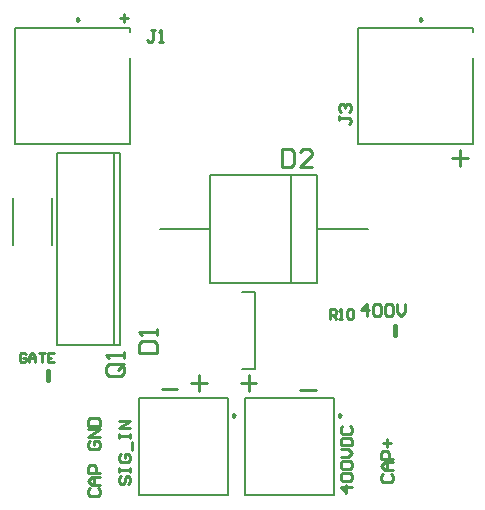
<source format=gto>
G04*
G04 #@! TF.GenerationSoftware,Altium Limited,Altium Designer,23.10.1 (27)*
G04*
G04 Layer_Color=65535*
%FSLAX25Y25*%
%MOIN*%
G70*
G04*
G04 #@! TF.SameCoordinates,C07C27E9-E0E0-4E4E-9050-A674B6DD9AC8*
G04*
G04*
G04 #@! TF.FilePolarity,Positive*
G04*
G01*
G75*
%ADD10C,0.00984*%
%ADD11C,0.00787*%
%ADD12C,0.01575*%
%ADD13C,0.01000*%
D10*
X23917Y160335D02*
X23179Y160761D01*
Y159908D01*
X23917Y160335D01*
X138287D02*
X137549Y160761D01*
Y159908D01*
X138287Y160335D01*
X75886Y28346D02*
X75148Y28773D01*
Y27920D01*
X75886Y28346D01*
X111319D02*
X110581Y28773D01*
Y27920D01*
X111319Y28346D01*
D11*
X2559Y118898D02*
Y157480D01*
X40748D01*
Y118898D02*
Y147658D01*
Y156122D02*
Y157480D01*
X2559Y118898D02*
X40748D01*
X14764Y85039D02*
Y100787D01*
X1772Y85039D02*
Y100787D01*
X16673Y115748D02*
X37539D01*
X16673Y51968D02*
X37539D01*
X16673D02*
Y115748D01*
X37539Y51968D02*
Y115748D01*
X35571Y51968D02*
Y115748D01*
X116929Y118898D02*
X155118D01*
Y156122D02*
Y157480D01*
Y118898D02*
Y147658D01*
X116929Y157480D02*
X155118D01*
X116929Y118898D02*
Y157480D01*
X94390Y72913D02*
Y108189D01*
X50756Y90551D02*
X67520D01*
X103347D02*
X120110D01*
X103347Y72638D02*
Y108465D01*
X67520D02*
X103347D01*
X67520Y72638D02*
Y108465D01*
Y72638D02*
X103347D01*
X78161Y43819D02*
X82677D01*
Y69567D01*
X78161D02*
X82677D01*
X73425Y1969D02*
Y34252D01*
X43898D02*
X73425D01*
X43898Y1969D02*
Y34252D01*
Y1969D02*
X73425D01*
X108858D02*
Y34252D01*
X79331D02*
X108858D01*
X79331Y1969D02*
Y34252D01*
Y1969D02*
X108858D01*
D12*
X129035Y55118D02*
Y58268D01*
X13484Y40157D02*
Y43307D01*
D13*
X77772Y39057D02*
X83019D01*
X80396Y41681D02*
Y36433D01*
X49213Y156692D02*
X47901D01*
X48557D01*
Y153412D01*
X47901Y152757D01*
X47245D01*
X46589Y153412D01*
X50524Y152757D02*
X51836D01*
X51180D01*
Y156692D01*
X50524Y156036D01*
X119949Y61418D02*
Y65354D01*
X117981Y63386D01*
X120605D01*
X121917Y64698D02*
X122573Y65354D01*
X123885D01*
X124541Y64698D01*
Y62074D01*
X123885Y61418D01*
X122573D01*
X121917Y62074D01*
Y64698D01*
X125853D02*
X126509Y65354D01*
X127821D01*
X128477Y64698D01*
Y62074D01*
X127821Y61418D01*
X126509D01*
X125853Y62074D01*
Y64698D01*
X129789Y65354D02*
Y62730D01*
X131100Y61418D01*
X132412Y62730D01*
Y65354D01*
X37826Y45669D02*
X33827D01*
X32828Y44670D01*
Y42670D01*
X33827Y41671D01*
X37826D01*
X38826Y42670D01*
Y44670D01*
X36826Y43670D02*
X38826Y45669D01*
Y44670D02*
X37826Y45669D01*
X38826Y47669D02*
Y49668D01*
Y48668D01*
X32828D01*
X33827Y47669D01*
X27610Y4017D02*
X26954Y3362D01*
Y2050D01*
X27610Y1394D01*
X30234D01*
X30890Y2050D01*
Y3362D01*
X30234Y4017D01*
X30890Y5329D02*
X28266D01*
X26954Y6641D01*
X28266Y7953D01*
X30890D01*
X28922D01*
Y5329D01*
X30890Y9265D02*
X26954D01*
Y11233D01*
X27610Y11889D01*
X28922D01*
X29578Y11233D01*
Y9265D01*
X27610Y19760D02*
X26954Y19105D01*
Y17793D01*
X27610Y17137D01*
X30234D01*
X30890Y17793D01*
Y19105D01*
X30234Y19760D01*
X28922D01*
Y18449D01*
X30890Y21072D02*
X26954D01*
X30890Y23696D01*
X26954D01*
Y25008D02*
X30890D01*
Y26976D01*
X30234Y27632D01*
X27610D01*
X26954Y26976D01*
Y25008D01*
X125248Y8742D02*
X124592Y8086D01*
Y6774D01*
X125248Y6118D01*
X127872D01*
X128527Y6774D01*
Y8086D01*
X127872Y8742D01*
X128527Y10054D02*
X125904D01*
X124592Y11366D01*
X125904Y12678D01*
X128527D01*
X126560D01*
Y10054D01*
X128527Y13990D02*
X124592D01*
Y15958D01*
X125248Y16613D01*
X126560D01*
X127216Y15958D01*
Y13990D01*
X126560Y17925D02*
Y20549D01*
X125248Y19237D02*
X127872D01*
X51394Y37220D02*
X56641D01*
X97457Y36827D02*
X102704D01*
X61236Y39057D02*
X66484D01*
X63860Y41681D02*
Y36433D01*
X148244Y114254D02*
X153492D01*
X150868Y116878D02*
Y111630D01*
X37614Y160973D02*
X40238D01*
X38926Y162285D02*
Y159661D01*
X110631Y128084D02*
Y126772D01*
Y127428D01*
X113910D01*
X114566Y126772D01*
Y126116D01*
X113910Y125460D01*
X111286Y129396D02*
X110631Y130052D01*
Y131364D01*
X111286Y132020D01*
X111943D01*
X112598Y131364D01*
Y130708D01*
Y131364D01*
X113254Y132020D01*
X113910D01*
X114566Y131364D01*
Y130052D01*
X113910Y129396D01*
X107482Y60630D02*
Y63779D01*
X109056D01*
X109581Y63254D01*
Y62205D01*
X109056Y61680D01*
X107482D01*
X108531D02*
X109581Y60630D01*
X110630D02*
X111680D01*
X111155D01*
Y63779D01*
X110630Y63254D01*
X113254D02*
X113779Y63779D01*
X114828D01*
X115353Y63254D01*
Y61155D01*
X114828Y60630D01*
X113779D01*
X113254Y61155D01*
Y63254D01*
X6169Y48687D02*
X5644Y49212D01*
X4595D01*
X4070Y48687D01*
Y46588D01*
X4595Y46064D01*
X5644D01*
X6169Y46588D01*
Y47638D01*
X5120D01*
X7219Y46064D02*
Y48163D01*
X8268Y49212D01*
X9318Y48163D01*
Y46064D01*
Y47638D01*
X7219D01*
X10367Y49212D02*
X12466D01*
X11417D01*
Y46064D01*
X15615Y49212D02*
X13516D01*
Y46064D01*
X15615D01*
X13516Y47638D02*
X14565D01*
X91458Y117172D02*
Y111174D01*
X94457D01*
X95457Y112174D01*
Y116173D01*
X94457Y117172D01*
X91458D01*
X101455Y111174D02*
X97456D01*
X101455Y115173D01*
Y116173D01*
X100455Y117172D01*
X98456D01*
X97456Y116173D01*
X43851Y49151D02*
X49849D01*
Y52150D01*
X48850Y53150D01*
X44851D01*
X43851Y52150D01*
Y49151D01*
X49849Y55149D02*
Y57148D01*
Y56149D01*
X43851D01*
X44851Y55149D01*
X37730Y8270D02*
X37074Y7614D01*
Y6302D01*
X37730Y5646D01*
X38386D01*
X39042Y6302D01*
Y7614D01*
X39698Y8270D01*
X40354D01*
X41010Y7614D01*
Y6302D01*
X40354Y5646D01*
X37074Y9582D02*
Y10894D01*
Y10238D01*
X41010D01*
Y9582D01*
Y10894D01*
X37730Y15486D02*
X37074Y14830D01*
Y13518D01*
X37730Y12862D01*
X40354D01*
X41010Y13518D01*
Y14830D01*
X40354Y15486D01*
X39042D01*
Y14174D01*
X41666Y16798D02*
Y19421D01*
X37074Y20733D02*
Y22045D01*
Y21389D01*
X41010D01*
Y20733D01*
Y22045D01*
Y24013D02*
X37074D01*
X41010Y26637D01*
X37074D01*
X114960Y4596D02*
X111024D01*
X112992Y2628D01*
Y5252D01*
X111680Y6564D02*
X111024Y7220D01*
Y8532D01*
X111680Y9188D01*
X114304D01*
X114960Y8532D01*
Y7220D01*
X114304Y6564D01*
X111680D01*
Y10500D02*
X111024Y11156D01*
Y12468D01*
X111680Y13124D01*
X114304D01*
X114960Y12468D01*
Y11156D01*
X114304Y10500D01*
X111680D01*
X111024Y14435D02*
X113648D01*
X114960Y15747D01*
X113648Y17059D01*
X111024D01*
Y18371D02*
X114960D01*
Y20339D01*
X114304Y20995D01*
X111680D01*
X111024Y20339D01*
Y18371D01*
X111680Y24931D02*
X111024Y24275D01*
Y22963D01*
X111680Y22307D01*
X114304D01*
X114960Y22963D01*
Y24275D01*
X114304Y24931D01*
M02*

</source>
